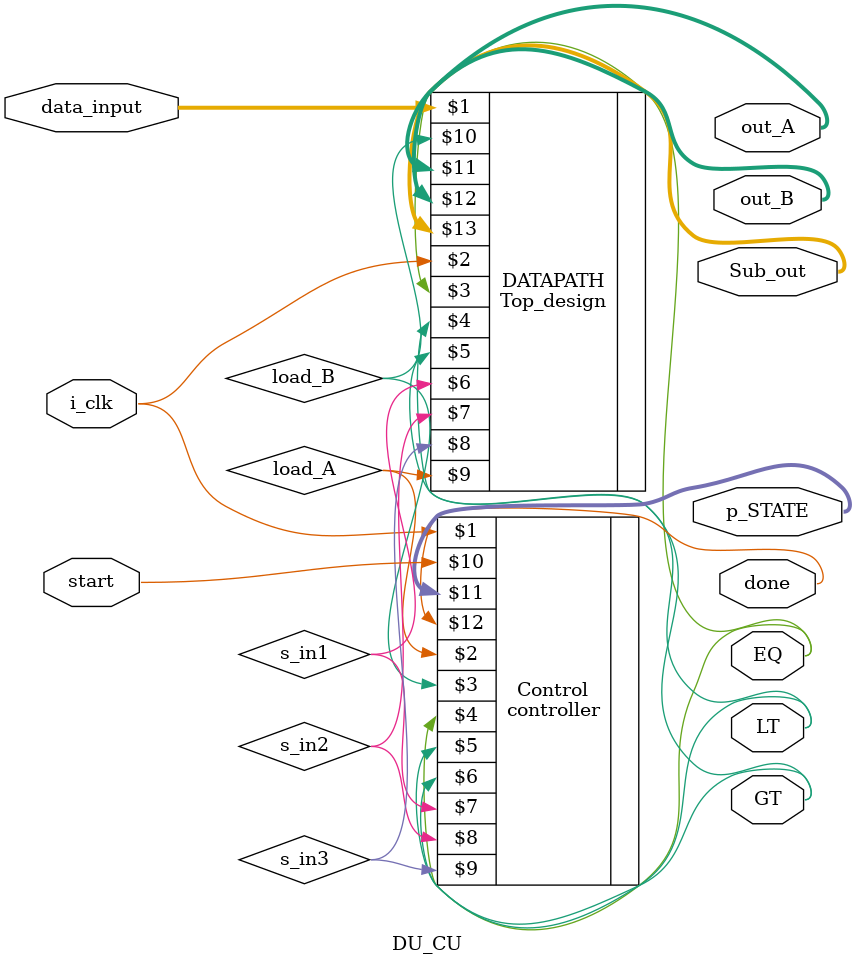
<source format=v>
`timescale 1ns / 1ps

`define DATA_WID1 8
`define WIDTH_STATE 3
module DU_CU(
i_clk ,  start , data_input  , EQ, LT, GT,out_A , out_B , p_STATE, done, Sub_out
    );
 input [`DATA_WID1-1:0] data_input ;
input i_clk ;
input start ;
output done ;
output [`DATA_WID1-1:0] out_A , out_B, Sub_out ;
output EQ, LT , GT ; 
output  [`WIDTH_STATE-1 :0 ] p_STATE;


Top_design DATAPATH(
data_input , i_clk  , EQ, LT, GT,s_in1 , s_in2 , s_in3,load_A, load_B,out_A, out_B, Sub_out
    );
  
   controller Control(
i_clk , load_A, load_B , EQ, LT, GT,s_in1 , s_in2 , s_in3, start, p_STATE, done
    );

endmodule

</source>
